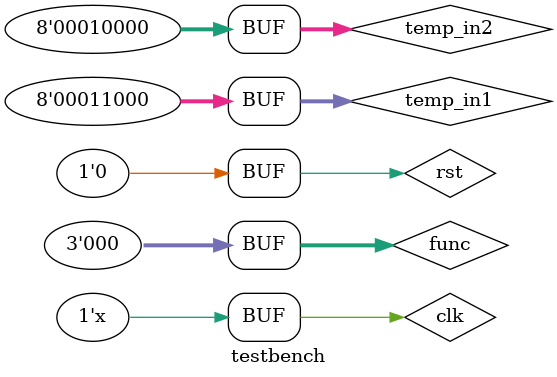
<source format=v>
`timescale 1ns / 1ps


module testbench;

    reg [7:0] in1;
    reg [7:0] in2;
    wire [7:0] result;
    reg [2:0] func;
    reg[7:0] temp_in1, temp_in2;
    reg clk,rst;
    TOP_MODULE uut (.in1(in1), .in2(in2), .result(result),.func(func));
    
    always@(posedge clk)
        begin
            if(rst)
                begin
                    in1<=8'd0;
                    in2<=8'd0;
                end
            else
                begin
                    in1<=temp_in1;
                    in2<=temp_in2;
                end
             
        end
    
    initial begin
        rst<=1'd1;
        clk<=1'd0;
    end
    
    always #10 clk=~clk;
    
    initial
        begin
        temp_in1 <= 8'd0;
        temp_in2 <= 8'd0;
        func <= 3'd0;
        #30 rst<=1'd0;
        temp_in1 <= 8'd24;
        temp_in2 <= 8'd16;
        func <= 3'd0;        
    end

endmodule

</source>
